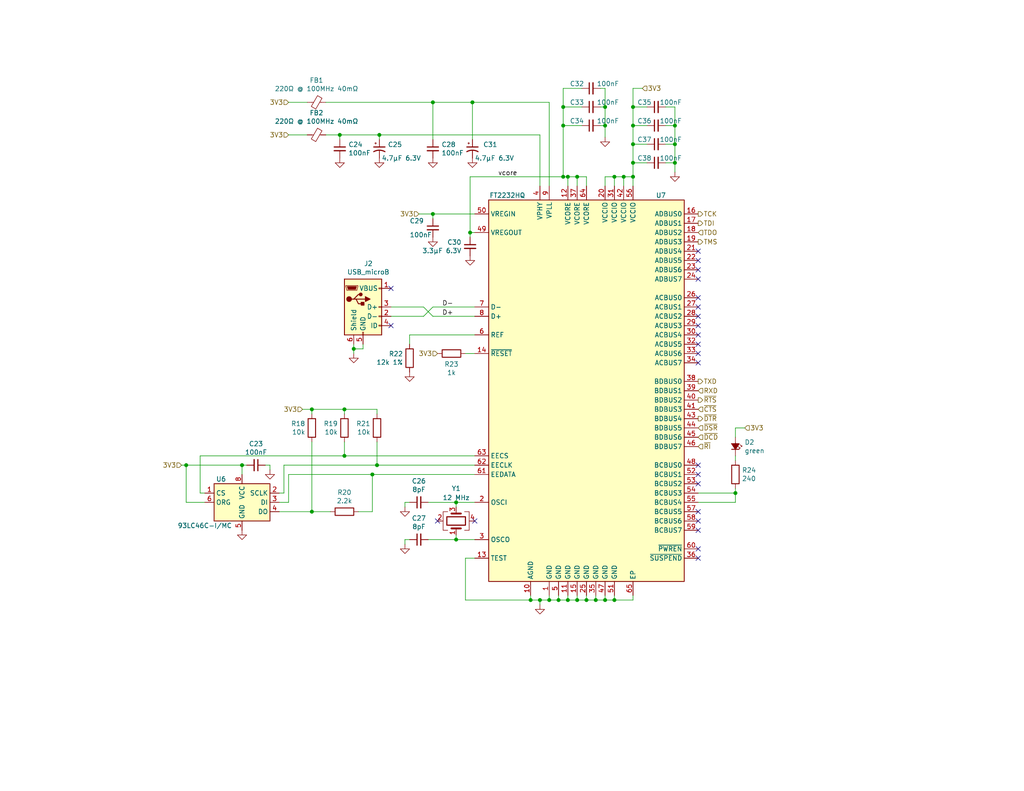
<source format=kicad_sch>
(kicad_sch (version 20211123) (generator eeschema)
  (paper "A")
  (title_block (title "Programming Interface and Serial Console") (date "2022-01-11") (rev "${Version}") (company "RetroComputing Reproductions"))
  (lib_symbols
    (symbol "Connector:USB_B_Micro" (pin_names (offset 1.016))
      (property "Reference" "J" (at -5.08 11.43 0))
      (property "Value" "USB_B_Micro" (at -5.08 8.89 0))
      (symbol "USB_B_Micro_0_1"
        (rectangle (start -5.08 -7.62) (end 5.08 7.62) (stroke (width 0.254)) (fill (type background)))
        (circle (center -3.81 2.159) (radius 0.635) (stroke (width 0.254)) (fill (type outline)))
        (circle (center -0.635 3.429) (radius 0.381) (stroke (width 0.254)) (fill (type outline)))
        (rectangle (start -0.127 -7.62) (end 0.127 -6.858))
        (polyline (pts (xy -1.905 2.159) (xy 0.635 2.159)) (stroke (width 0.254)))
        (polyline (pts (xy -3.175 2.159) (xy -2.54 2.159) (xy -1.27 3.429) (xy -0.635 3.429)) (stroke (width 0.254)))
        (polyline (pts (xy -2.54 2.159) (xy -1.905 2.159) (xy -1.27 0.889) (xy 0 0.889)) (stroke (width 0.254)))
        (polyline (pts (xy 0.635 2.794) (xy 0.635 1.524) (xy 1.905 2.159) (xy 0.635 2.794)) (stroke (width 0.254)) (fill (type outline)))
        (polyline (pts (xy -4.318 5.588) (xy -1.778 5.588) (xy -2.032 4.826) (xy -4.064 4.826) (xy -4.318 5.588)) (fill (type outline)))
        (polyline (pts (xy -4.699 5.842) (xy -4.699 5.588) (xy -4.445 4.826) (xy -4.445 4.572) (xy -1.651 4.572) (xy -1.651 4.826) (xy -1.397 5.588) (xy -1.397 5.842) (xy -4.699 5.842)))
        (rectangle (start 0.254 1.27) (end -0.508 0.508) (stroke (width 0.254)) (fill (type outline)))
        (rectangle (start 5.08 -5.207) (end 4.318 -4.953))
        (rectangle (start 5.08 -2.667) (end 4.318 -2.413))
        (rectangle (start 5.08 -0.127) (end 4.318 0.127))
        (rectangle (start 5.08 4.953) (end 4.318 5.207))
      )
      (symbol "USB_B_Micro_1_1"
        (pin power_out line (at 7.62 5.08 180) (length 2.54) (name "VBUS") (number "1"))
        (pin bidirectional line (at 7.62 -2.54 180) (length 2.54) (name "D-") (number "2"))
        (pin bidirectional line (at 7.62 0 180) (length 2.54) (name "D+") (number "3"))
        (pin passive line (at 7.62 -5.08 180) (length 2.54) (name "ID") (number "4"))
        (pin power_out line (at 0 -10.16 90) (length 2.54) (name "GND") (number "5"))
        (pin passive line (at -2.54 -10.16 90) (length 2.54) (name "Shield") (number "6"))
      )
    )
    (symbol "Device:C_Polarized_Small_US" (pin_numbers hide) (pin_names (offset 0.254) hide)
      (property "Reference" "C" (at 0.254 1.778 0))
      (property "Value" "C_Polarized_Small_US" (at 0.254 -2.032 0))
      (symbol "C_Polarized_Small_US_0_1"
        (polyline (pts (xy -1.524 0.508) (xy 1.524 0.508)) (stroke (width 0.3048)))
        (polyline (pts (xy -1.27 1.524) (xy -0.762 1.524)))
        (polyline (pts (xy -1.016 1.27) (xy -1.016 1.778)))
        (arc (start 1.524 -0.762) (mid 0 -0.3734) (end -1.524 -0.762) (stroke (width 0.3048)))
      )
      (symbol "C_Polarized_Small_US_1_1"
        (pin passive line (at 0 2.54 270) (length 2.032) (name "~") (number "1"))
        (pin passive line (at 0 -2.54 90) (length 2.032) (name "~") (number "2"))
      )
    )
    (symbol "Device:C_Small" (pin_numbers hide) (pin_names (offset 0.254) hide)
      (property "Reference" "C" (at 0.254 1.778 0))
      (property "Value" "C_Small" (at 0.254 -2.032 0))
      (symbol "C_Small_0_1"
        (polyline (pts (xy -1.524 -0.508) (xy 1.524 -0.508)) (stroke (width 0.3302)))
        (polyline (pts (xy -1.524 0.508) (xy 1.524 0.508)) (stroke (width 0.3048)))
      )
      (symbol "C_Small_1_1"
        (pin passive line (at 0 2.54 270) (length 2.032) (name "~") (number "1"))
        (pin passive line (at 0 -2.54 90) (length 2.032) (name "~") (number "2"))
      )
    )
    (symbol "Device:Crystal_GND24" (pin_names (offset 1.016) hide)
      (property "Reference" "Y" (at 3.175 5.08 0))
      (property "Value" "Crystal_GND24" (at 3.175 3.175 0))
      (symbol "Crystal_GND24_0_1"
        (rectangle (start -1.143 2.54) (end 1.143 -2.54) (stroke (width 0.3048)))
        (polyline (pts (xy -2.54 0) (xy -2.032 0)))
        (polyline (pts (xy -2.032 -1.27) (xy -2.032 1.27)) (stroke (width 0.508)))
        (polyline (pts (xy 0 -3.81) (xy 0 -3.556)))
        (polyline (pts (xy 0 3.556) (xy 0 3.81)))
        (polyline (pts (xy 2.032 -1.27) (xy 2.032 1.27)) (stroke (width 0.508)))
        (polyline (pts (xy 2.032 0) (xy 2.54 0)))
        (polyline (pts (xy -2.54 -2.286) (xy -2.54 -3.556) (xy 2.54 -3.556) (xy 2.54 -2.286)))
        (polyline (pts (xy -2.54 2.286) (xy -2.54 3.556) (xy 2.54 3.556) (xy 2.54 2.286)))
      )
      (symbol "Crystal_GND24_1_1"
        (pin passive line (at -3.81 0 0) (length 1.27) (name "1") (number "1"))
        (pin passive line (at 0 5.08 270) (length 1.27) (name "2") (number "2"))
        (pin passive line (at 3.81 0 180) (length 1.27) (name "3") (number "3"))
        (pin passive line (at 0 -5.08 90) (length 1.27) (name "4") (number "4"))
      )
    )
    (symbol "Device:FerriteBead_Small" (pin_numbers hide) (pin_names (offset 0))
      (property "Reference" "FB" (at 1.905 1.27 0))
      (property "Value" "FerriteBead_Small" (at 1.905 -1.27 0))
      (symbol "FerriteBead_Small_0_1"
        (polyline (pts (xy 0 -1.27) (xy 0 -0.7874)))
        (polyline (pts (xy 0 0.889) (xy 0 1.2954)))
        (polyline (pts (xy -1.8288 0.2794) (xy -1.1176 1.4986) (xy 1.8288 -0.2032) (xy 1.1176 -1.4224) (xy -1.8288 0.2794)))
      )
      (symbol "FerriteBead_Small_1_1"
        (pin passive line (at 0 2.54 270) (length 1.27) (name "~") (number "1"))
        (pin passive line (at 0 -2.54 90) (length 1.27) (name "~") (number "2"))
      )
    )
    (symbol "Device:LED_Small_Filled" (pin_numbers hide) (pin_names (offset 0.254) hide)
      (property "Reference" "D" (at -1.27 3.175 0))
      (property "Value" "LED_Small_Filled" (at -4.445 -2.54 0))
      (symbol "LED_Small_Filled_0_1"
        (polyline (pts (xy -0.762 -1.016) (xy -0.762 1.016)) (stroke (width 0.254)))
        (polyline (pts (xy 1.016 0) (xy -0.762 0)))
        (polyline (pts (xy 0.762 -1.016) (xy -0.762 0) (xy 0.762 1.016) (xy 0.762 -1.016)) (stroke (width 0.254)) (fill (type outline)))
        (polyline (pts (xy 0 0.762) (xy -0.508 1.27) (xy -0.254 1.27) (xy -0.508 1.27) (xy -0.508 1.016)))
        (polyline (pts (xy 0.508 1.27) (xy 0 1.778) (xy 0.254 1.778) (xy 0 1.778) (xy 0 1.524)))
      )
      (symbol "LED_Small_Filled_1_1"
        (pin passive line (at -2.54 0 0) (length 1.778) (name "K") (number "1"))
        (pin passive line (at 2.54 0 180) (length 1.778) (name "A") (number "2"))
      )
    )
    (symbol "Device:R" (pin_numbers hide) (pin_names (offset 0))
      (property "Reference" "R" (at 2.032 0 90))
      (property "Value" "R" (at 0 0 90))
      (symbol "R_0_1"
        (rectangle (start -1.016 -2.54) (end 1.016 2.54) (stroke (width 0.254)))
      )
      (symbol "R_1_1"
        (pin passive line (at 0 3.81 270) (length 1.27) (name "~") (number "1"))
        (pin passive line (at 0 -3.81 90) (length 1.27) (name "~") (number "2"))
      )
    )
    (symbol "Memory_EEPROM:93CxxC"
      (property "Reference" "U" (at -7.62 6.35 0))
      (property "Value" "93CxxC" (at 2.54 -6.35 0))
      (symbol "93CxxC_1_1"
        (rectangle (start -7.62 5.08) (end 7.62 -5.08) (stroke (width 0.254)) (fill (type background)))
        (pin input line (at -10.16 2.54 0) (length 2.54) (name "CS") (number "1"))
        (pin input line (at 10.16 2.54 180) (length 2.54) (name "SCLK") (number "2"))
        (pin input line (at 10.16 0 180) (length 2.54) (name "DI") (number "3"))
        (pin tri_state line (at 10.16 -2.54 180) (length 2.54) (name "DO") (number "4"))
        (pin power_in line (at 0 -7.62 90) (length 2.54) (name "GND") (number "5"))
        (pin input line (at -10.16 0 0) (length 2.54) (name "ORG") (number "6"))
        (pin no_connect line (at -7.62 -2.54 0) (length 2.54) hide (name "NC") (number "7"))
        (pin power_in line (at 0 7.62 270) (length 2.54) (name "VCC") (number "8"))
      )
    )
    (symbol "myLib:FT2232HQ"
      (property "Reference" "U" (at -26.67 53.34 0))
      (property "Value" "FT2232HQ" (at 19.05 53.34 0))
      (symbol "FT2232HQ_0_1"
        (rectangle (start -26.67 -52.07) (end 26.67 52.07) (stroke (width 0.254)) (fill (type background)))
      )
      (symbol "FT2232HQ_1_1"
        (pin power_in line (at -10.16 -55.88 90) (length 3.81) (name "GND") (number "1"))
        (pin power_in line (at -15.24 -55.88 90) (length 3.81) (name "AGND") (number "10"))
        (pin power_in line (at -5.08 -55.88 90) (length 3.81) (name "GND") (number "11"))
        (pin power_in line (at -5.08 55.88 270) (length 3.81) (name "VCORE") (number "12"))
        (pin input line (at -30.48 -45.72 0) (length 3.81) (name "TEST") (number "13"))
        (pin input line (at -30.48 10.16 0) (length 3.81) (name "~{RESET}") (number "14"))
        (pin power_in line (at -2.54 -55.88 90) (length 3.81) (name "GND") (number "15"))
        (pin bidirectional line (at 30.48 48.26 180) (length 3.81) (name "ADBUS0") (number "16"))
        (pin bidirectional line (at 30.48 45.72 180) (length 3.81) (name "ADBUS1") (number "17"))
        (pin bidirectional line (at 30.48 43.18 180) (length 3.81) (name "ADBUS2") (number "18"))
        (pin bidirectional line (at 30.48 40.64 180) (length 3.81) (name "ADBUS3") (number "19"))
        (pin input line (at -30.48 -30.48 0) (length 3.81) (name "OSCI") (number "2"))
        (pin power_in line (at 5.08 55.88 270) (length 3.81) (name "VCCIO") (number "20"))
        (pin bidirectional line (at 30.48 38.1 180) (length 3.81) (name "ADBUS4") (number "21"))
        (pin bidirectional line (at 30.48 35.56 180) (length 3.81) (name "ADBUS5") (number "22"))
        (pin bidirectional line (at 30.48 33.02 180) (length 3.81) (name "ADBUS6") (number "23"))
        (pin bidirectional line (at 30.48 30.48 180) (length 3.81) (name "ADBUS7") (number "24"))
        (pin power_in line (at 0 -55.88 90) (length 3.81) (name "GND") (number "25"))
        (pin bidirectional line (at 30.48 25.4 180) (length 3.81) (name "ACBUS0") (number "26"))
        (pin bidirectional line (at 30.48 22.86 180) (length 3.81) (name "ACBUS1") (number "27"))
        (pin bidirectional line (at 30.48 20.32 180) (length 3.81) (name "ACBUS2") (number "28"))
        (pin bidirectional line (at 30.48 17.78 180) (length 3.81) (name "ACBUS3") (number "29"))
        (pin output line (at -30.48 -40.64 0) (length 3.81) (name "OSCO") (number "3"))
        (pin bidirectional line (at 30.48 15.24 180) (length 3.81) (name "ACBUS4") (number "30"))
        (pin power_in line (at 7.62 55.88 270) (length 3.81) (name "VCCIO") (number "31"))
        (pin bidirectional line (at 30.48 12.7 180) (length 3.81) (name "ACBUS5") (number "32"))
        (pin bidirectional line (at 30.48 10.16 180) (length 3.81) (name "ACBUS6") (number "33"))
        (pin bidirectional line (at 30.48 7.62 180) (length 3.81) (name "ACBUS7") (number "34"))
        (pin power_in line (at 2.54 -55.88 90) (length 3.81) (name "GND") (number "35"))
        (pin output line (at 30.48 -45.72 180) (length 3.81) (name "~{SUSPEND}") (number "36"))
        (pin power_in line (at -2.54 55.88 270) (length 3.81) (name "VCORE") (number "37"))
        (pin bidirectional line (at 30.48 2.54 180) (length 3.81) (name "BDBUS0") (number "38"))
        (pin bidirectional line (at 30.48 0 180) (length 3.81) (name "BDBUS1") (number "39"))
        (pin power_in line (at -12.7 55.88 270) (length 3.81) (name "VPHY") (number "4"))
        (pin bidirectional line (at 30.48 -2.54 180) (length 3.81) (name "BDBUS2") (number "40"))
        (pin bidirectional line (at 30.48 -5.08 180) (length 3.81) (name "BDBUS3") (number "41"))
        (pin power_in line (at 10.16 55.88 270) (length 3.81) (name "VCCIO") (number "42"))
        (pin bidirectional line (at 30.48 -7.62 180) (length 3.81) (name "BDBUS4") (number "43"))
        (pin bidirectional line (at 30.48 -10.16 180) (length 3.81) (name "BDBUS5") (number "44"))
        (pin bidirectional line (at 30.48 -12.7 180) (length 3.81) (name "BDBUS6") (number "45"))
        (pin bidirectional line (at 30.48 -15.24 180) (length 3.81) (name "BDBUS7") (number "46"))
        (pin power_in line (at 5.08 -55.88 90) (length 3.81) (name "GND") (number "47"))
        (pin bidirectional line (at 30.48 -20.32 180) (length 3.81) (name "BCBUS0") (number "48"))
        (pin power_out line (at -30.48 43.18 0) (length 3.81) (name "VREGOUT") (number "49"))
        (pin power_in line (at -7.62 -55.88 90) (length 3.81) (name "GND") (number "5"))
        (pin power_in line (at -30.48 48.26 0) (length 3.81) (name "VREGIN") (number "50"))
        (pin power_in line (at 7.62 -55.88 90) (length 3.81) (name "GND") (number "51"))
        (pin bidirectional line (at 30.48 -22.86 180) (length 3.81) (name "BCBUS1") (number "52"))
        (pin bidirectional line (at 30.48 -25.4 180) (length 3.81) (name "BCBUS2") (number "53"))
        (pin bidirectional line (at 30.48 -27.94 180) (length 3.81) (name "BCBUS3") (number "54"))
        (pin bidirectional line (at 30.48 -30.48 180) (length 3.81) (name "BCBUS4") (number "55"))
        (pin power_in line (at 12.7 55.88 270) (length 3.81) (name "VCCIO") (number "56"))
        (pin bidirectional line (at 30.48 -33.02 180) (length 3.81) (name "BCBUS5") (number "57"))
        (pin bidirectional line (at 30.48 -35.56 180) (length 3.81) (name "BCBUS6") (number "58"))
        (pin bidirectional line (at 30.48 -38.1 180) (length 3.81) (name "BCBUS7") (number "59"))
        (pin output line (at -30.48 15.24 0) (length 3.81) (name "REF") (number "6"))
        (pin output line (at 30.48 -43.18 180) (length 3.81) (name "~{PWREN}") (number "60"))
        (pin bidirectional line (at -30.48 -22.86 0) (length 3.81) (name "EEDATA") (number "61"))
        (pin output line (at -30.48 -20.32 0) (length 3.81) (name "EECLK") (number "62"))
        (pin output line (at -30.48 -17.78 0) (length 3.81) (name "EECS") (number "63"))
        (pin power_in line (at 0 55.88 270) (length 3.81) (name "VCORE") (number "64"))
        (pin power_in line (at 12.7 -55.88 90) (length 3.81) (name "EP") (number "65"))
        (pin bidirectional line (at -30.48 22.86 0) (length 3.81) (name "D-") (number "7"))
        (pin bidirectional line (at -30.48 20.32 0) (length 3.81) (name "D+") (number "8"))
        (pin power_in line (at -10.16 55.88 270) (length 3.81) (name "VPLL") (number "9"))
      )
    )
    (symbol "power:GND" (power) (pin_names (offset 0))
      (property "Value" "GND" (at 0 -3.81 0))
      (symbol "GND_0_1"
        (polyline (pts (xy 0 0) (xy 0 -1.27) (xy 1.27 -1.27) (xy 0 -2.54) (xy -1.27 -1.27) (xy 0 -1.27)))
      )
      (symbol "GND_1_1"
        (pin power_in line (at 0 0 270) (length 0) hide (name "GND") (number "1"))
      )
    )
  )
  (junction (at 172.72 34.29))
  (junction (at 85.09 139.7))
  (junction (at 102.87 127))
  (junction (at 124.46 137.16))
  (junction (at 172.72 44.45))
  (junction (at 165.1 34.29))
  (junction (at 103.505 36.83))
  (junction (at 157.48 48.26))
  (junction (at 184.15 44.45))
  (junction (at 153.67 29.21))
  (junction (at 153.67 48.26))
  (junction (at 128.27 63.5))
  (junction (at 92.71 36.83))
  (junction (at 200.66 134.62))
  (junction (at 172.72 39.37))
  (junction (at 128.905 27.94))
  (junction (at 152.4 163.83))
  (junction (at 157.48 163.83))
  (junction (at 167.64 163.83))
  (junction (at 93.98 111.76))
  (junction (at 118.11 27.94))
  (junction (at 184.15 39.37))
  (junction (at 85.09 111.76))
  (junction (at 147.32 163.83))
  (junction (at 96.52 95.25))
  (junction (at 93.98 124.46))
  (junction (at 160.02 163.83))
  (junction (at 50.8 127))
  (junction (at 165.1 29.21))
  (junction (at 144.78 163.83))
  (junction (at 118.11 58.42))
  (junction (at 153.67 34.29))
  (junction (at 165.1 163.83))
  (junction (at 149.86 163.83))
  (junction (at 154.94 48.26))
  (junction (at 162.56 163.83))
  (junction (at 66.04 127))
  (junction (at 172.72 48.26))
  (junction (at 170.18 48.26))
  (junction (at 172.72 29.21))
  (junction (at 184.15 34.29))
  (junction (at 154.94 163.83))
  (junction (at 124.46 147.32))
  (junction (at 101.6 129.54))
  (junction (at 167.64 48.26))
  (no_connect (at 190.5 129.54))
  (no_connect (at 190.5 81.28))
  (no_connect (at 190.5 142.24))
  (no_connect (at 190.5 127))
  (no_connect (at 106.68 78.74))
  (no_connect (at 190.5 139.7))
  (no_connect (at 190.5 149.86))
  (no_connect (at 190.5 91.44))
  (no_connect (at 190.5 76.2))
  (no_connect (at 190.5 71.12))
  (no_connect (at 190.5 86.36))
  (no_connect (at 190.5 152.4))
  (no_connect (at 129.54 142.24))
  (no_connect (at 190.5 68.58))
  (no_connect (at 190.5 83.82))
  (no_connect (at 190.5 73.66))
  (no_connect (at 190.5 96.52))
  (no_connect (at 190.5 132.08))
  (no_connect (at 190.5 144.78))
  (no_connect (at 106.68 88.9))
  (no_connect (at 190.5 88.9))
  (no_connect (at 190.5 93.98))
  (no_connect (at 190.5 99.06))
  (no_connect (at 119.38 142.24))
  (wire (pts (xy 93.98 124.46) (xy 129.54 124.46)))
  (wire (pts (xy 172.72 163.83) (xy 172.72 162.56)))
  (wire (pts (xy 172.72 48.26) (xy 172.72 50.8)))
  (wire (pts (xy 190.5 137.16) (xy 200.66 137.16)))
  (wire (pts (xy 176.53 29.21) (xy 172.72 29.21)))
  (wire (pts (xy 172.72 24.13) (xy 175.26 24.13)))
  (wire (pts (xy 163.83 34.29) (xy 165.1 34.29)))
  (wire (pts (xy 200.66 137.16) (xy 200.66 134.62)))
  (wire (pts (xy 102.87 120.65) (xy 102.87 127)))
  (wire (pts (xy 154.94 48.26) (xy 153.67 48.26)))
  (wire (pts (xy 184.15 34.29) (xy 184.15 39.37)))
  (wire (pts (xy 144.78 162.56) (xy 144.78 163.83)))
  (wire (pts (xy 124.46 146.05) (xy 124.46 147.32)))
  (wire (pts (xy 167.64 163.83) (xy 167.64 162.56)))
  (wire (pts (xy 54.61 124.46) (xy 93.98 124.46)))
  (wire (pts (xy 158.75 24.13) (xy 153.67 24.13)))
  (wire (pts (xy 157.48 48.26) (xy 157.48 50.8)))
  (wire (pts (xy 50.8 137.16) (xy 55.88 137.16)))
  (wire (pts (xy 152.4 163.83) (xy 152.4 162.56)))
  (wire (pts (xy 110.49 148.59) (xy 110.49 147.32)))
  (wire (pts (xy 153.67 34.29) (xy 153.67 48.26)))
  (wire (pts (xy 97.79 139.7) (xy 101.6 139.7)))
  (wire (pts (xy 172.72 48.26) (xy 172.72 44.45)))
  (wire (pts (xy 153.67 48.26) (xy 128.27 48.26)))
  (wire (pts (xy 165.1 48.26) (xy 167.64 48.26)))
  (wire (pts (xy 165.1 29.21) (xy 165.1 34.29)))
  (wire (pts (xy 54.61 124.46) (xy 54.61 134.62)))
  (wire (pts (xy 77.47 127) (xy 102.87 127)))
  (wire (pts (xy 157.48 48.26) (xy 160.02 48.26)))
  (wire (pts (xy 115.57 83.82) (xy 118.11 86.36)))
  (wire (pts (xy 111.76 93.98) (xy 111.76 91.44)))
  (wire (pts (xy 76.2 139.7) (xy 85.09 139.7)))
  (wire (pts (xy 127 96.52) (xy 129.54 96.52)))
  (wire (pts (xy 158.75 34.29) (xy 153.67 34.29)))
  (wire (pts (xy 127 152.4) (xy 127 163.83)))
  (wire (pts (xy 163.83 24.13) (xy 165.1 24.13)))
  (wire (pts (xy 78.74 27.94) (xy 83.82 27.94)))
  (wire (pts (xy 73.66 128.27) (xy 73.66 127)))
  (wire (pts (xy 110.49 137.16) (xy 111.76 137.16)))
  (wire (pts (xy 78.74 129.54) (xy 101.6 129.54)))
  (wire (pts (xy 128.905 27.94) (xy 149.86 27.94)))
  (wire (pts (xy 147.32 163.83) (xy 149.86 163.83)))
  (wire (pts (xy 92.71 36.83) (xy 103.505 36.83)))
  (wire (pts (xy 176.53 34.29) (xy 172.72 34.29)))
  (wire (pts (xy 154.94 163.83) (xy 154.94 162.56)))
  (wire (pts (xy 110.49 138.43) (xy 110.49 137.16)))
  (wire (pts (xy 50.8 127) (xy 66.04 127)))
  (wire (pts (xy 181.61 39.37) (xy 184.15 39.37)))
  (wire (pts (xy 76.2 137.16) (xy 78.74 137.16)))
  (wire (pts (xy 111.76 91.44) (xy 129.54 91.44)))
  (wire (pts (xy 76.2 134.62) (xy 77.47 134.62)))
  (wire (pts (xy 160.02 163.83) (xy 160.02 162.56)))
  (wire (pts (xy 190.5 134.62) (xy 200.66 134.62)))
  (wire (pts (xy 149.86 27.94) (xy 149.86 50.8)))
  (wire (pts (xy 200.66 134.62) (xy 200.66 133.35)))
  (wire (pts (xy 99.06 93.98) (xy 99.06 95.25)))
  (wire (pts (xy 116.84 137.16) (xy 124.46 137.16)))
  (wire (pts (xy 154.94 163.83) (xy 157.48 163.83)))
  (wire (pts (xy 116.84 147.32) (xy 124.46 147.32)))
  (wire (pts (xy 85.09 111.76) (xy 82.55 111.76)))
  (wire (pts (xy 129.54 152.4) (xy 127 152.4)))
  (wire (pts (xy 165.1 34.29) (xy 165.1 37.465)))
  (wire (pts (xy 147.32 36.83) (xy 147.32 50.8)))
  (wire (pts (xy 88.9 27.94) (xy 118.11 27.94)))
  (wire (pts (xy 128.27 48.26) (xy 128.27 63.5)))
  (wire (pts (xy 50.8 127) (xy 50.8 137.16)))
  (wire (pts (xy 184.15 44.45) (xy 184.15 46.99)))
  (wire (pts (xy 128.27 63.5) (xy 129.54 63.5)))
  (wire (pts (xy 77.47 134.62) (xy 77.47 127)))
  (wire (pts (xy 96.52 95.25) (xy 96.52 96.52)))
  (wire (pts (xy 118.11 86.36) (xy 129.54 86.36)))
  (wire (pts (xy 152.4 163.83) (xy 154.94 163.83)))
  (wire (pts (xy 49.53 127) (xy 50.8 127)))
  (wire (pts (xy 160.02 48.26) (xy 160.02 50.8)))
  (wire (pts (xy 176.53 39.37) (xy 172.72 39.37)))
  (wire (pts (xy 118.11 38.1) (xy 118.11 27.94)))
  (wire (pts (xy 118.11 59.69) (xy 118.11 58.42)))
  (wire (pts (xy 78.74 129.54) (xy 78.74 137.16)))
  (wire (pts (xy 172.72 29.21) (xy 172.72 34.29)))
  (wire (pts (xy 167.64 163.83) (xy 172.72 163.83)))
  (wire (pts (xy 172.72 39.37) (xy 172.72 44.45)))
  (wire (pts (xy 93.98 113.03) (xy 93.98 111.76)))
  (wire (pts (xy 154.94 48.26) (xy 154.94 50.8)))
  (wire (pts (xy 147.32 165.1) (xy 147.32 163.83)))
  (wire (pts (xy 181.61 44.45) (xy 184.15 44.45)))
  (wire (pts (xy 85.09 111.76) (xy 93.98 111.76)))
  (wire (pts (xy 163.83 29.21) (xy 165.1 29.21)))
  (wire (pts (xy 158.75 29.21) (xy 153.67 29.21)))
  (wire (pts (xy 78.74 36.83) (xy 83.82 36.83)))
  (wire (pts (xy 129.54 83.82) (xy 118.11 83.82)))
  (wire (pts (xy 162.56 163.83) (xy 162.56 162.56)))
  (wire (pts (xy 170.18 48.26) (xy 170.18 50.8)))
  (wire (pts (xy 200.66 116.84) (xy 200.66 119.38)))
  (wire (pts (xy 93.98 120.65) (xy 93.98 124.46)))
  (wire (pts (xy 149.86 163.83) (xy 149.86 162.56)))
  (wire (pts (xy 118.11 27.94) (xy 128.905 27.94)))
  (wire (pts (xy 106.68 83.82) (xy 115.57 83.82)))
  (wire (pts (xy 66.04 127) (xy 67.31 127)))
  (wire (pts (xy 103.505 36.83) (xy 147.32 36.83)))
  (wire (pts (xy 92.71 36.83) (xy 92.71 38.1)))
  (wire (pts (xy 88.9 36.83) (xy 92.71 36.83)))
  (wire (pts (xy 167.64 48.26) (xy 167.64 50.8)))
  (wire (pts (xy 153.67 29.21) (xy 153.67 34.29)))
  (wire (pts (xy 124.46 138.43) (xy 124.46 137.16)))
  (wire (pts (xy 165.1 163.83) (xy 165.1 162.56)))
  (wire (pts (xy 200.66 124.46) (xy 200.66 125.73)))
  (wire (pts (xy 165.1 24.13) (xy 165.1 29.21)))
  (wire (pts (xy 157.48 163.83) (xy 157.48 162.56)))
  (wire (pts (xy 184.15 39.37) (xy 184.15 44.45)))
  (wire (pts (xy 96.52 93.98) (xy 96.52 95.25)))
  (wire (pts (xy 73.66 127) (xy 72.39 127)))
  (wire (pts (xy 118.11 58.42) (xy 114.3 58.42)))
  (wire (pts (xy 172.72 24.13) (xy 172.72 29.21)))
  (wire (pts (xy 144.78 163.83) (xy 147.32 163.83)))
  (wire (pts (xy 154.94 48.26) (xy 157.48 48.26)))
  (wire (pts (xy 99.06 95.25) (xy 96.52 95.25)))
  (wire (pts (xy 128.905 38.1) (xy 128.905 27.94)))
  (wire (pts (xy 102.87 127) (xy 129.54 127)))
  (wire (pts (xy 101.6 129.54) (xy 129.54 129.54)))
  (wire (pts (xy 85.09 139.7) (xy 90.17 139.7)))
  (wire (pts (xy 127 163.83) (xy 144.78 163.83)))
  (wire (pts (xy 54.61 134.62) (xy 55.88 134.62)))
  (wire (pts (xy 200.66 116.84) (xy 203.2 116.84)))
  (wire (pts (xy 115.57 86.36) (xy 106.68 86.36)))
  (wire (pts (xy 129.54 58.42) (xy 118.11 58.42)))
  (wire (pts (xy 102.87 113.03) (xy 102.87 111.76)))
  (wire (pts (xy 176.53 44.45) (xy 172.72 44.45)))
  (wire (pts (xy 167.64 48.26) (xy 170.18 48.26)))
  (wire (pts (xy 165.1 163.83) (xy 167.64 163.83)))
  (wire (pts (xy 85.09 120.65) (xy 85.09 139.7)))
  (wire (pts (xy 93.98 111.76) (xy 102.87 111.76)))
  (wire (pts (xy 66.04 129.54) (xy 66.04 127)))
  (wire (pts (xy 110.49 147.32) (xy 111.76 147.32)))
  (wire (pts (xy 149.86 163.83) (xy 152.4 163.83)))
  (wire (pts (xy 124.46 137.16) (xy 129.54 137.16)))
  (wire (pts (xy 101.6 129.54) (xy 101.6 139.7)))
  (wire (pts (xy 165.1 48.26) (xy 165.1 50.8)))
  (wire (pts (xy 85.09 111.76) (xy 85.09 113.03)))
  (wire (pts (xy 153.67 24.13) (xy 153.67 29.21)))
  (wire (pts (xy 162.56 163.83) (xy 165.1 163.83)))
  (wire (pts (xy 170.18 48.26) (xy 172.72 48.26)))
  (wire (pts (xy 124.46 147.32) (xy 129.54 147.32)))
  (wire (pts (xy 172.72 34.29) (xy 172.72 39.37)))
  (wire (pts (xy 103.505 38.1) (xy 103.505 36.83)))
  (wire (pts (xy 160.02 163.83) (xy 162.56 163.83)))
  (wire (pts (xy 184.15 29.21) (xy 184.15 34.29)))
  (wire (pts (xy 118.11 83.82) (xy 115.57 86.36)))
  (wire (pts (xy 157.48 163.83) (xy 160.02 163.83)))
  (wire (pts (xy 128.27 64.77) (xy 128.27 63.5)))
  (wire (pts (xy 181.61 34.29) (xy 184.15 34.29)))
  (wire (pts (xy 181.61 29.21) (xy 184.15 29.21)))
  (label "D+" (at 120.65 86.36 0))
  (label "D-" (at 120.65 83.82 0))
  (label "vcore" (at 135.89 48.26 0))
  (hierarchical_label "~{RTS}" (shape output) (at 190.5 109.22 0))
  (hierarchical_label "3V3" (shape input) (at 78.74 36.83 180))
  (hierarchical_label "3V3" (shape input) (at 203.2 116.84 0))
  (hierarchical_label "TXD" (shape output) (at 190.5 104.14 0))
  (hierarchical_label "3V3" (shape input) (at 119.38 96.52 180))
  (hierarchical_label "~{DTR}" (shape output) (at 190.5 114.3 0))
  (hierarchical_label "~{DSR}" (shape input) (at 190.5 116.84 0))
  (hierarchical_label "3V3" (shape input) (at 114.3 58.42 180))
  (hierarchical_label "3V3" (shape input) (at 49.53 127 180))
  (hierarchical_label "TDO" (shape input) (at 190.5 63.5 0))
  (hierarchical_label "TDI" (shape output) (at 190.5 60.96 0))
  (hierarchical_label "3V3" (shape input) (at 82.55 111.76 180))
  (hierarchical_label "3V3" (shape input) (at 78.74 27.94 180))
  (hierarchical_label "~{DCD}" (shape input) (at 190.5 119.38 0))
  (hierarchical_label "~{RI}" (shape input) (at 190.5 121.92 0))
  (hierarchical_label "3V3" (shape input) (at 175.26 24.13 0))
  (hierarchical_label "TCK" (shape output) (at 190.5 58.42 0))
  (hierarchical_label "TMS" (shape output) (at 190.5 66.04 0))
  (hierarchical_label "~{CTS}" (shape input) (at 190.5 111.76 0))
  (hierarchical_label "RXD" (shape input) (at 190.5 106.68 0))
  (symbol (lib_id "Device:C_Small") (at 161.29 34.29 90) (mirror x) (unit 1)
    (property "Reference" "C34" (at 159.385 33.02 90) (effects (justify left)))
    (property "Value" "100nF" (at 168.91 33.02 90) (effects (justify left)))
    (property "Footprint" "Capacitor_SMD:C_0603_1608Metric" (effects hide))
    (property "Description" "Cap 100nF 0603" (effects hide))
    (property "type" "SMD" (effects hide))
  )
  (symbol (lib_id "Device:C_Small") (at 69.85 127 270) (unit 1)
    (property "Reference" "C23" (at 69.85 121.1834 90))
    (property "Value" "100nF" (at 69.85 123.4948 90))
    (property "Footprint" "Capacitor_SMD:C_0603_1608Metric" (effects hide))
    (property "Description" "Cap 100nF 0603" (effects hide))
    (property "type" "SMD" (effects hide))
  )
  (symbol (lib_id "Device:C_Small") (at 114.3 137.16 90) (mirror x) (unit 1)
    (property "Reference" "C26" (at 114.3 131.3434 90))
    (property "Value" "8pF" (at 114.3 133.6548 90))
    (property "Footprint" "Capacitor_SMD:C_0603_1608Metric" (effects hide))
    (property "Description" "Cap 8pF 0603" (effects hide))
    (property "type" "SMD" (effects hide))
  )
  (symbol (lib_id "power:GND") (at 111.76 101.6 0) (unit 1)
    (property "Reference" "#PWR0282" (effects hide))
    (property "Value" "GND" (effects hide))
  )
  (symbol (lib_id "Device:C_Small") (at 92.71 40.64 0) (unit 1)
    (property "Reference" "C24" (at 95.0468 39.4716 0) (effects (justify left)))
    (property "Value" "100nF" (at 95.0468 41.783 0) (effects (justify left)))
    (property "Footprint" "Capacitor_SMD:C_0603_1608Metric" (effects hide))
    (property "Description" "Cap 100nF 0603" (effects hide))
    (property "type" "SMD" (effects hide))
  )
  (symbol (lib_id "Device:FerriteBead_Small") (at 86.36 27.94 270) (unit 1)
    (property "Reference" "FB1" (at 86.36 21.9202 90))
    (property "Value" "220Ω @ 100MHz 40mΩ" (at 86.36 24.2316 90))
    (property "Footprint" "Inductor_SMD:L_0805_2012Metric" (effects hide))
    (property "Description" "Ferrite Bead 220Ω @100MHz 40mΩ" (effects hide))
    (property "Manu" "TDK" (effects hide))
    (property "manf#" "MPZ2012S221AT000" (effects hide))
    (property "type" "SMD" (effects hide))
  )
  (symbol (lib_id "Device:C_Small") (at 118.11 40.64 0) (unit 1)
    (property "Reference" "C28" (at 120.4468 39.4716 0) (effects (justify left)))
    (property "Value" "100nF" (at 120.4468 41.783 0) (effects (justify left)))
    (property "Footprint" "Capacitor_SMD:C_0603_1608Metric" (effects hide))
    (property "Description" "Cap 100nF 0603" (effects hide))
    (property "type" "SMD" (effects hide))
  )
  (symbol (lib_id "power:GND") (at 118.11 43.18 0) (unit 1)
    (property "Reference" "#PWR0275" (effects hide))
    (property "Value" "GND" (effects hide))
  )
  (symbol (lib_id "Device:R") (at 111.76 97.79 0) (mirror y) (unit 1)
    (property "Reference" "R22" (at 109.982 96.6216 0) (effects (justify left)))
    (property "Value" "12k 1%" (at 109.982 98.933 0) (effects (justify left)))
    (property "Footprint" "Resistor_SMD:R_0603_1608Metric" (effects hide))
    (property "type" "SMD" (effects hide))
    (property "Description" "Res 12k 1% 0603" (effects hide))
  )
  (symbol (lib_id "power:GND") (at 96.52 96.52 0) (unit 1)
    (property "Reference" "#PWR0281" (effects hide))
    (property "Value" "GND" (effects hide))
  )
  (symbol (lib_id "Device:C_Small") (at 179.07 34.29 90) (unit 1)
    (property "Reference" "C36" (at 177.8 33.02 90) (effects (justify left)))
    (property "Value" "100nF" (at 186.055 33.02 90) (effects (justify left)))
    (property "Footprint" "Capacitor_SMD:C_0603_1608Metric" (effects hide))
    (property "Description" "Cap 100nF 0603" (effects hide))
    (property "type" "SMD" (effects hide))
  )
  (symbol (lib_id "Device:R") (at 93.98 116.84 0) (mirror y) (unit 1)
    (property "Reference" "R19" (at 92.202 115.6716 0) (effects (justify left)))
    (property "Value" "10k" (at 92.202 117.983 0) (effects (justify left)))
    (property "Footprint" "Resistor_SMD:R_0603_1608Metric" (effects hide))
    (property "type" "SMD" (effects hide))
    (property "Description" "Res 10k 0603" (effects hide))
  )
  (symbol (lib_id "Device:C_Small") (at 179.07 44.45 90) (unit 1)
    (property "Reference" "C38" (at 177.8 43.18 90) (effects (justify left)))
    (property "Value" "100nF" (at 186.055 43.18 90) (effects (justify left)))
    (property "Footprint" "Capacitor_SMD:C_0603_1608Metric" (effects hide))
    (property "Description" "Cap 100nF 0603" (effects hide))
    (property "type" "SMD" (effects hide))
  )
  (symbol (lib_id "power:GND") (at 147.32 165.1 0) (unit 1)
    (property "Reference" "#PWR0271" (effects hide))
    (property "Value" "GND" (effects hide))
  )
  (symbol (lib_id "Device:LED_Small_Filled") (at 200.66 121.92 270) (mirror x) (unit 1)
    (property "Reference" "D2" (at 203.1492 120.7516 90) (effects (justify left)))
    (property "Value" "green" (at 203.1492 123.063 90) (effects (justify left)))
    (property "Footprint" "LED_SMD:LED_0603_1608Metric" (effects hide))
    (property "manf#" "LTST-C190KGKT" (effects hide))
    (property "Description" "LED 0603 green" (effects hide))
    (property "Manu" "Lite-On" (effects hide))
    (property "type" "SMD" (effects hide))
  )
  (symbol (lib_id "power:GND") (at 103.505 43.18 0) (unit 1)
    (property "Reference" "#PWR0278" (effects hide))
    (property "Value" "GND" (effects hide))
  )
  (symbol (lib_id "Device:C_Small") (at 118.11 62.23 0) (unit 1)
    (property "Reference" "C29" (at 111.76 60.325 0) (effects (justify left)))
    (property "Value" "100nF" (at 111.76 64.135 0) (effects (justify left)))
    (property "Footprint" "Capacitor_SMD:C_0603_1608Metric" (effects hide))
    (property "Description" "Cap 100nF 0603" (effects hide))
    (property "type" "SMD" (effects hide))
  )
  (symbol (lib_id "power:GND") (at 128.905 43.18 0) (unit 1)
    (property "Reference" "#PWR0276" (effects hide))
    (property "Value" "GND" (effects hide))
  )
  (symbol (lib_id "Device:R") (at 93.98 139.7 270) (mirror x) (unit 1)
    (property "Reference" "R20" (at 93.98 134.4422 90))
    (property "Value" "2.2k" (at 93.98 136.7536 90))
    (property "Footprint" "Resistor_SMD:R_0603_1608Metric" (effects hide))
    (property "type" "SMD" (effects hide))
    (property "Description" "Res 2.2k 0603" (effects hide))
  )
  (symbol (lib_id "Device:C_Small") (at 161.29 24.13 90) (mirror x) (unit 1)
    (property "Reference" "C32" (at 159.385 22.86 90) (effects (justify left)))
    (property "Value" "100nF" (at 168.91 22.86 90) (effects (justify left)))
    (property "Footprint" "Capacitor_SMD:C_0603_1608Metric" (effects hide))
    (property "Description" "Cap 100nF 0603" (effects hide))
    (property "type" "SMD" (effects hide))
  )
  (symbol (lib_id "power:GND") (at 184.15 46.99 0) (unit 1)
    (property "Reference" "#PWR0272" (effects hide))
    (property "Value" "GND" (effects hide))
  )
  (symbol (lib_id "Device:FerriteBead_Small") (at 86.36 36.83 270) (unit 1)
    (property "Reference" "FB2" (at 86.36 30.8102 90))
    (property "Value" "220Ω @ 100MHz 40mΩ" (at 86.36 33.1216 90))
    (property "Footprint" "Inductor_SMD:L_0805_2012Metric" (effects hide))
    (property "Description" "Ferrite Bead 220Ω @100MHz 40mΩ" (effects hide))
    (property "Manu" "TDK" (effects hide))
    (property "manf#" "MPZ2012S221AT000" (effects hide))
    (property "type" "SMD" (effects hide))
  )
  (symbol (lib_id "Device:R") (at 123.19 96.52 270) (mirror x) (unit 1)
    (property "Reference" "R23" (at 123.19 99.441 90))
    (property "Value" "1k" (at 123.19 101.7524 90))
    (property "Footprint" "Resistor_SMD:R_0603_1608Metric" (effects hide))
    (property "type" "SMD" (effects hide))
    (property "Description" "Res 1k 0603" (effects hide))
  )
  (symbol (lib_id "Device:C_Polarized_Small_US") (at 103.505 40.64 0) (unit 1)
    (property "Reference" "C25" (at 105.8164 39.4716 0) (effects (justify left)))
    (property "Value" "4.7µF 6.3V" (at 104.14 43.18 0) (effects (justify left)))
    (property "Footprint" "Capacitor_SMD:C_0603_1608Metric" (effects hide))
    (property "Description" "Cap 4.7uF 6.3V 0603" (effects hide))
    (property "type" "SMD" (effects hide))
  )
  (symbol (lib_id "Device:C_Polarized_Small_US") (at 128.905 40.64 0) (unit 1)
    (property "Reference" "C31" (at 131.826 39.4716 0) (effects (justify left)))
    (property "Value" "4.7µF 6.3V" (at 129.54 43.18 0) (effects (justify left)))
    (property "Footprint" "Capacitor_SMD:C_0603_1608Metric" (effects hide))
    (property "Description" "Cap 4.7uF 6.3V 0603" (effects hide))
    (property "type" "SMD" (effects hide))
  )
  (symbol (lib_id "Device:Crystal_GND24") (at 124.46 142.24 90) (unit 1)
    (property "Reference" "Y1" (at 124.46 133.35 90))
    (property "Value" "12 MHz" (at 124.46 135.89 90))
    (property "Footprint" "Crystal:Crystal_SMD_Abracon_ABM10-4Pin_2.5x2.0mm" (effects hide))
    (property "Datasheet" "https://abracon.com/Resonators/ABM10-167-12.000MHz.pdf" (effects hide))
    (property "manf#" "ABM10-167-12.000MHZ-T3" (effects hide))
    (property "Description" "12 MHz Crystal" (effects hide))
    (property "Manu" "Abracom" (effects hide))
    (property "type" "SMD" (effects hide))
  )
  (symbol (lib_id "power:GND") (at 92.71 43.18 0) (unit 1)
    (property "Reference" "#PWR0277" (effects hide))
    (property "Value" "GND" (effects hide))
  )
  (symbol (lib_id "Device:C_Small") (at 128.27 67.31 0) (mirror y) (unit 1)
    (property "Reference" "C30" (at 125.9332 66.1416 0) (effects (justify left)))
    (property "Value" "3.3µF 6.3V" (at 125.9332 68.453 0) (effects (justify left)))
    (property "Footprint" "Capacitor_SMD:C_0603_1608Metric" (effects hide))
    (property "Description" "Cap 3.3uF 6.3V 0603" (effects hide))
    (property "type" "SMD" (effects hide))
  )
  (symbol (lib_id "Memory_EEPROM:93CxxC") (at 66.04 137.16 0) (unit 1)
    (property "Reference" "U6" (at 60.325 130.81 0))
    (property "Value" "93LC46C-I/MC" (at 55.88 143.51 0))
    (property "Footprint" "Package_DFN_QFN:DFN-8-1EP_3x2mm_P0.5mm_EP1.75x1.45mm" (effects hide))
    (property "Datasheet" "http://ww1.microchip.com/downloads/en/DeviceDoc/20001749K.pdf" (effects hide))
    (property "Description" "1kb Serial EEPROM" (effects hide))
    (property "manf#" "93LC46C-I/MC" (effects hide))
    (property "Manu" "Microchip" (effects hide))
    (property "type" "SMD" (effects hide))
  )
  (symbol (lib_id "Connector:USB_B_Micro") (at 99.06 83.82 0) (unit 1)
    (property "Reference" "J2" (at 100.5078 71.9582 0))
    (property "Value" "USB_microB" (at 100.5078 74.2696 0))
    (property "Footprint" "Connector_USB:USB_Micro-B_Molex_47346-0001" (effects hide))
    (property "manf#" "47346-0001" (effects hide))
    (property "Manu" "Molex" (effects hide))
    (property "Description" "USB MicroB jack" (effects hide))
    (property "type" "SMD" (effects hide))
  )
  (symbol (lib_id "Device:R") (at 102.87 116.84 0) (mirror y) (unit 1)
    (property "Reference" "R21" (at 101.092 115.6716 0) (effects (justify left)))
    (property "Value" "10k" (at 101.092 117.983 0) (effects (justify left)))
    (property "Footprint" "Resistor_SMD:R_0603_1608Metric" (effects hide))
    (property "type" "SMD" (effects hide))
    (property "Description" "Res 10k 0603" (effects hide))
  )
  (symbol (lib_id "Device:R") (at 200.66 129.54 0) (mirror y) (unit 1)
    (property "Reference" "R24" (at 202.438 128.3716 0) (effects (justify right)))
    (property "Value" "240" (at 202.438 130.683 0) (effects (justify right)))
    (property "Footprint" "Resistor_SMD:R_0603_1608Metric" (effects hide))
    (property "type" "SMD" (effects hide))
    (property "Description" "Res 240 0603" (effects hide))
  )
  (symbol (lib_id "Device:R") (at 85.09 116.84 0) (mirror y) (unit 1)
    (property "Reference" "R18" (at 83.312 115.6716 0) (effects (justify left)))
    (property "Value" "10k" (at 83.312 117.983 0) (effects (justify left)))
    (property "Footprint" "Resistor_SMD:R_0603_1608Metric" (effects hide))
    (property "type" "SMD" (effects hide))
    (property "Description" "Res 10k 0603" (effects hide))
  )
  (symbol (lib_id "power:GND") (at 165.1 37.465 0) (mirror y) (unit 1)
    (property "Reference" "#PWR0270" (effects hide))
    (property "Value" "GND" (effects hide))
  )
  (symbol (lib_id "power:GND") (at 110.49 138.43 0) (unit 1)
    (property "Reference" "#PWR0283" (effects hide))
    (property "Value" "GND" (effects hide))
  )
  (symbol (lib_id "Device:C_Small") (at 114.3 147.32 90) (mirror x) (unit 1)
    (property "Reference" "C27" (at 114.3 141.5034 90))
    (property "Value" "8pF" (at 114.3 143.8148 90))
    (property "Footprint" "Capacitor_SMD:C_0603_1608Metric" (effects hide))
    (property "Description" "Cap 8pF 0603" (effects hide))
    (property "type" "SMD" (effects hide))
  )
  (symbol (lib_id "power:GND") (at 66.04 144.78 0) (unit 1)
    (property "Reference" "#PWR0273" (effects hide))
    (property "Value" "GND" (effects hide))
  )
  (symbol (lib_id "Device:C_Small") (at 179.07 29.21 90) (unit 1)
    (property "Reference" "C35" (at 177.8 27.94 90) (effects (justify left)))
    (property "Value" "100nF" (at 186.055 27.94 90) (effects (justify left)))
    (property "Footprint" "Capacitor_SMD:C_0603_1608Metric" (effects hide))
    (property "Description" "Cap 100nF 0603" (effects hide))
    (property "type" "SMD" (effects hide))
  )
  (symbol (lib_id "power:GND") (at 128.27 69.85 0) (unit 1)
    (property "Reference" "#PWR0280" (effects hide))
    (property "Value" "GND" (effects hide))
  )
  (symbol (lib_id "myLib:FT2232HQ") (at 160.02 106.68 0) (unit 1)
    (property "Reference" "U7" (at 180.34 53.34 0))
    (property "Value" "FT2232HQ" (at 138.43 53.34 0))
    (property "Footprint" "Package_DFN_QFN:QFN-64-1EP_9x9mm_P0.5mm_EP4.35x4.35mm_ThermalVias" (effects hide))
    (property "Datasheet" "https://www.ftdichip.com/Support/Documents/DataSheets/ICs/DS_FT2232H.pdf" (effects hide))
    (property "manf#" "FT2232HQ" (effects hide))
    (property "Description" "Dual High-Speed USB to UART" (effects hide))
    (property "Manu" "FTDI" (effects hide))
    (property "type" "SMD" (effects hide))
  )
  (symbol (lib_id "Device:C_Small") (at 161.29 29.21 90) (mirror x) (unit 1)
    (property "Reference" "C33" (at 159.385 27.94 90) (effects (justify left)))
    (property "Value" "100nF" (at 168.91 27.94 90) (effects (justify left)))
    (property "Footprint" "Capacitor_SMD:C_0603_1608Metric" (effects hide))
    (property "Description" "Cap 100nF 0603" (effects hide))
    (property "type" "SMD" (effects hide))
  )
  (symbol (lib_id "power:GND") (at 110.49 148.59 0) (unit 1)
    (property "Reference" "#PWR0284" (effects hide))
    (property "Value" "GND" (effects hide))
  )
  (symbol (lib_id "power:GND") (at 118.11 64.77 0) (unit 1)
    (property "Reference" "#PWR0279" (effects hide))
    (property "Value" "GND" (effects hide))
  )
  (symbol (lib_id "power:GND") (at 73.66 128.27 0) (mirror y) (unit 1)
    (property "Reference" "#PWR0274" (effects hide))
    (property "Value" "GND" (effects hide))
  )
  (symbol (lib_id "Device:C_Small") (at 179.07 39.37 90) (unit 1)
    (property "Reference" "C37" (at 177.8 38.1 90) (effects (justify left)))
    (property "Value" "100nF" (at 186.055 38.1 90) (effects (justify left)))
    (property "Footprint" "Capacitor_SMD:C_0603_1608Metric" (effects hide))
    (property "Description" "Cap 100nF 0603" (effects hide))
    (property "type" "SMD" (effects hide))
  )
)
</source>
